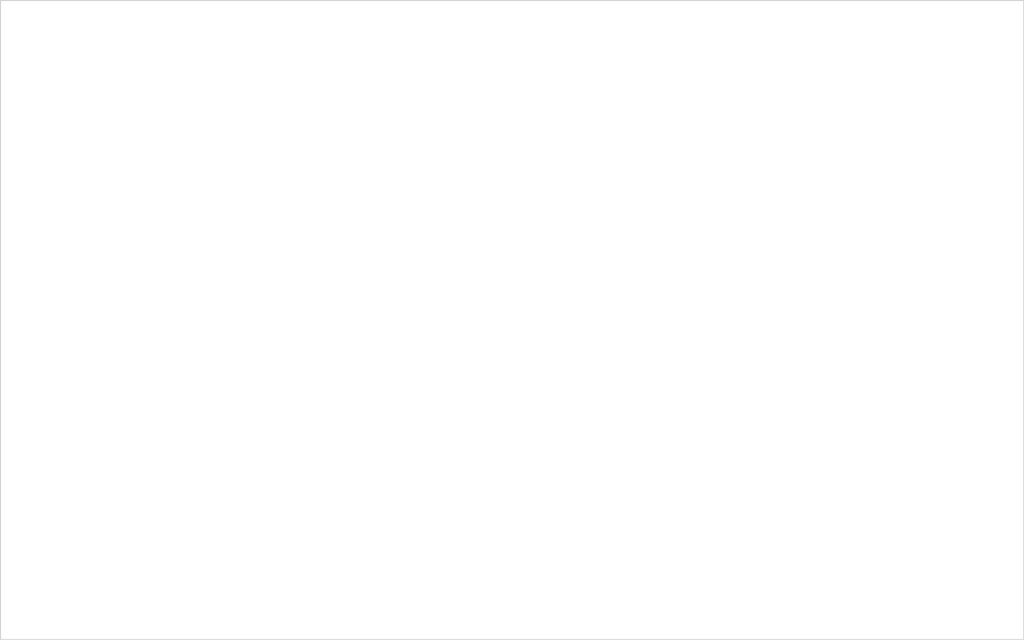
<source format=kicad_pcb>
(kicad_pcb (version 20171130) (host pcbnew "(5.1.0)-1")

  (general
    (thickness 1.6)
    (drawings 4)
    (tracks 0)
    (zones 0)
    (modules 0)
    (nets 1)
  )

  (page A4)
  (layers
    (0 F.Cu signal)
    (31 B.Cu signal)
    (32 B.Adhes user)
    (33 F.Adhes user)
    (34 B.Paste user)
    (35 F.Paste user)
    (36 B.SilkS user)
    (37 F.SilkS user)
    (38 B.Mask user)
    (39 F.Mask user)
    (40 Dwgs.User user)
    (41 Cmts.User user)
    (42 Eco1.User user)
    (43 Eco2.User user)
    (44 Edge.Cuts user)
    (45 Margin user)
    (46 B.CrtYd user)
    (47 F.CrtYd user)
    (48 B.Fab user)
    (49 F.Fab user)
  )

  (setup
    (last_trace_width 0.25)
    (trace_clearance 0.2)
    (zone_clearance 0.508)
    (zone_45_only no)
    (trace_min 0.2)
    (via_size 0.8)
    (via_drill 0.4)
    (via_min_size 0.4)
    (via_min_drill 0.3)
    (uvia_size 0.3)
    (uvia_drill 0.1)
    (uvias_allowed no)
    (uvia_min_size 0.2)
    (uvia_min_drill 0.1)
    (edge_width 0.05)
    (segment_width 0.2)
    (pcb_text_width 0.3)
    (pcb_text_size 1.5 1.5)
    (mod_edge_width 0.12)
    (mod_text_size 1 1)
    (mod_text_width 0.15)
    (pad_size 1.524 1.524)
    (pad_drill 0.762)
    (pad_to_mask_clearance 0.051)
    (solder_mask_min_width 0.25)
    (aux_axis_origin 0 0)
    (visible_elements 7FFFFFFF)
    (pcbplotparams
      (layerselection 0x010fc_ffffffff)
      (usegerberextensions false)
      (usegerberattributes false)
      (usegerberadvancedattributes false)
      (creategerberjobfile false)
      (excludeedgelayer true)
      (linewidth 0.100000)
      (plotframeref false)
      (viasonmask false)
      (mode 1)
      (useauxorigin false)
      (hpglpennumber 1)
      (hpglpenspeed 20)
      (hpglpendiameter 15.000000)
      (psnegative false)
      (psa4output false)
      (plotreference true)
      (plotvalue true)
      (plotinvisibletext false)
      (padsonsilk false)
      (subtractmaskfromsilk false)
      (outputformat 1)
      (mirror false)
      (drillshape 1)
      (scaleselection 1)
      (outputdirectory ""))
  )

  (net 0 "")

  (net_class Default "This is the default net class."
    (clearance 0.2)
    (trace_width 0.25)
    (via_dia 0.8)
    (via_drill 0.4)
    (uvia_dia 0.3)
    (uvia_drill 0.1)
  )

  (gr_line (start 0 0) (end 0 63.5) (layer Edge.Cuts) (width 0.1))
  (gr_line (start 0 63.5) (end 101.6 63.5) (layer Edge.Cuts) (width 0.1))
  (gr_line (start 101.6 0) (end 101.6 63.5) (layer Edge.Cuts) (width 0.1))
  (gr_line (start 0 0) (end 101.6 0) (layer Edge.Cuts) (width 0.1))

)

</source>
